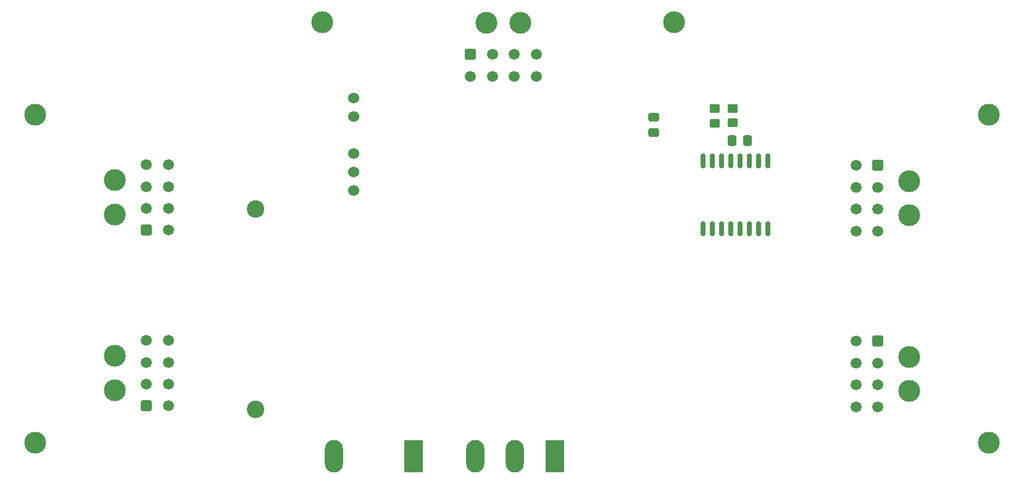
<source format=gbr>
%TF.GenerationSoftware,KiCad,Pcbnew,(6.0.1)*%
%TF.CreationDate,2023-02-17T13:15:31+03:00*%
%TF.ProjectId,_______ IGBT,14403039-3235-4402-9049-4742542e6b69,rev?*%
%TF.SameCoordinates,Original*%
%TF.FileFunction,Soldermask,Bot*%
%TF.FilePolarity,Negative*%
%FSLAX46Y46*%
G04 Gerber Fmt 4.6, Leading zero omitted, Abs format (unit mm)*
G04 Created by KiCad (PCBNEW (6.0.1)) date 2023-02-17 13:15:31*
%MOMM*%
%LPD*%
G01*
G04 APERTURE LIST*
G04 Aperture macros list*
%AMRoundRect*
0 Rectangle with rounded corners*
0 $1 Rounding radius*
0 $2 $3 $4 $5 $6 $7 $8 $9 X,Y pos of 4 corners*
0 Add a 4 corners polygon primitive as box body*
4,1,4,$2,$3,$4,$5,$6,$7,$8,$9,$2,$3,0*
0 Add four circle primitives for the rounded corners*
1,1,$1+$1,$2,$3*
1,1,$1+$1,$4,$5*
1,1,$1+$1,$6,$7*
1,1,$1+$1,$8,$9*
0 Add four rect primitives between the rounded corners*
20,1,$1+$1,$2,$3,$4,$5,0*
20,1,$1+$1,$4,$5,$6,$7,0*
20,1,$1+$1,$6,$7,$8,$9,0*
20,1,$1+$1,$8,$9,$2,$3,0*%
G04 Aperture macros list end*
%ADD10RoundRect,0.250000X0.450000X-0.350000X0.450000X0.350000X-0.450000X0.350000X-0.450000X-0.350000X0*%
%ADD11C,2.400000*%
%ADD12C,3.000000*%
%ADD13R,2.500000X4.500000*%
%ADD14O,2.500000X4.500000*%
%ADD15RoundRect,0.250001X-0.499999X-0.499999X0.499999X-0.499999X0.499999X0.499999X-0.499999X0.499999X0*%
%ADD16C,1.500000*%
%ADD17RoundRect,0.250001X0.499999X-0.499999X0.499999X0.499999X-0.499999X0.499999X-0.499999X-0.499999X0*%
%ADD18RoundRect,0.250001X-0.499999X0.499999X-0.499999X-0.499999X0.499999X-0.499999X0.499999X0.499999X0*%
%ADD19C,1.524000*%
%ADD20RoundRect,0.250000X-0.450000X0.350000X-0.450000X-0.350000X0.450000X-0.350000X0.450000X0.350000X0*%
%ADD21RoundRect,0.150000X0.150000X-0.875000X0.150000X0.875000X-0.150000X0.875000X-0.150000X-0.875000X0*%
%ADD22RoundRect,0.250000X0.475000X-0.337500X0.475000X0.337500X-0.475000X0.337500X-0.475000X-0.337500X0*%
%ADD23RoundRect,0.250000X-0.337500X-0.475000X0.337500X-0.475000X0.337500X0.475000X-0.337500X0.475000X0*%
G04 APERTURE END LIST*
D10*
%TO.C,R20*%
X187409300Y-77428600D03*
X187409300Y-75428600D03*
%TD*%
D11*
%TO.C,C1*%
X122020300Y-116728100D03*
X122020300Y-89228100D03*
%TD*%
D12*
%TO.C,H1*%
X91794300Y-121363600D03*
%TD*%
%TO.C,H2*%
X91794300Y-76278600D03*
%TD*%
%TO.C,H3*%
X222604300Y-76278600D03*
%TD*%
%TO.C,H4*%
X222604300Y-121363600D03*
%TD*%
D13*
%TO.C,Q1*%
X163041300Y-123170000D03*
D14*
X157591300Y-123170000D03*
X152141300Y-123170000D03*
%TD*%
D12*
%TO.C,J3*%
X158344300Y-63703600D03*
X153644300Y-63703600D03*
D15*
X151484300Y-68023600D03*
D16*
X154484300Y-68023600D03*
X157484300Y-68023600D03*
X160484300Y-68023600D03*
X151484300Y-71023600D03*
X154484300Y-71023600D03*
X157484300Y-71023600D03*
X160484300Y-71023600D03*
%TD*%
D12*
%TO.C,H5*%
X131164300Y-63578600D03*
%TD*%
%TO.C,H6*%
X179424300Y-63578600D03*
%TD*%
%TO.C,J1*%
X102714300Y-109423600D03*
X102714300Y-114123600D03*
D17*
X107034300Y-116283600D03*
D16*
X107034300Y-113283600D03*
X107034300Y-110283600D03*
X107034300Y-107283600D03*
X110034300Y-116283600D03*
X110034300Y-113283600D03*
X110034300Y-110283600D03*
X110034300Y-107283600D03*
%TD*%
D12*
%TO.C,J2*%
X102714300Y-89993600D03*
X102714300Y-85293600D03*
D17*
X107034300Y-92153600D03*
D16*
X107034300Y-89153600D03*
X107034300Y-86153600D03*
X107034300Y-83153600D03*
X110034300Y-92153600D03*
X110034300Y-89153600D03*
X110034300Y-86153600D03*
X110034300Y-83153600D03*
%TD*%
D12*
%TO.C,J4*%
X211684300Y-90123600D03*
X211684300Y-85423600D03*
D18*
X207364300Y-83263600D03*
D16*
X207364300Y-86263600D03*
X207364300Y-89263600D03*
X207364300Y-92263600D03*
X204364300Y-83263600D03*
X204364300Y-86263600D03*
X204364300Y-89263600D03*
X204364300Y-92263600D03*
%TD*%
D12*
%TO.C,J5*%
X211684300Y-109553600D03*
X211684300Y-114253600D03*
D18*
X207364300Y-107393600D03*
D16*
X207364300Y-110393600D03*
X207364300Y-113393600D03*
X207364300Y-116393600D03*
X204364300Y-107393600D03*
X204364300Y-110393600D03*
X204364300Y-113393600D03*
X204364300Y-116393600D03*
%TD*%
D13*
%TO.C,D1*%
X143655000Y-123170000D03*
D14*
X132755000Y-123170000D03*
%TD*%
D19*
%TO.C,D8*%
X135482300Y-73992600D03*
X135482300Y-76532600D03*
X135482300Y-81612600D03*
X135482300Y-84152600D03*
X135482300Y-86692600D03*
%TD*%
D20*
%TO.C,R13*%
X185009300Y-77478600D03*
X185009300Y-75478600D03*
%TD*%
D21*
%TO.C,D3*%
X192254300Y-91928600D03*
X190984300Y-91928600D03*
X189714300Y-91928600D03*
X188444300Y-91928600D03*
X187174300Y-91928600D03*
X185904300Y-91928600D03*
X184634300Y-91928600D03*
X183364300Y-91928600D03*
X183364300Y-82628600D03*
X184634300Y-82628600D03*
X185904300Y-82628600D03*
X187174300Y-82628600D03*
X188444300Y-82628600D03*
X189714300Y-82628600D03*
X190984300Y-82628600D03*
X192254300Y-82628600D03*
%TD*%
D22*
%TO.C,C16*%
X176609300Y-78716100D03*
X176609300Y-76641100D03*
%TD*%
D23*
%TO.C,C15*%
X187371800Y-79878600D03*
X189446800Y-79878600D03*
%TD*%
M02*

</source>
